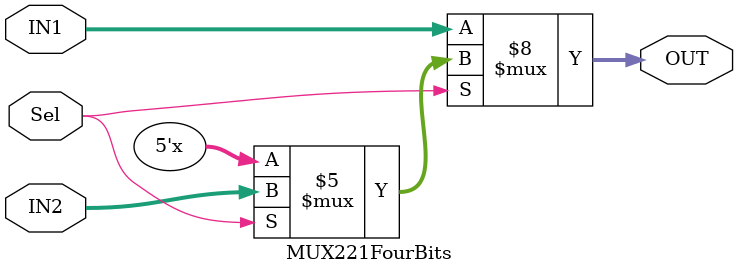
<source format=v>
module MUX221FourBits (IN1,IN2,OUT,Sel);
input [4:0]IN1;
input [4:0]IN2;
input Sel;
output reg [4:0]OUT;

always @ (IN1,IN2,Sel)
begin 
if (Sel == 0)
OUT<=IN1;
else if (Sel == 1)
OUT <= IN2;
else 
OUT <=5'hx;
end

endmodule 

</source>
